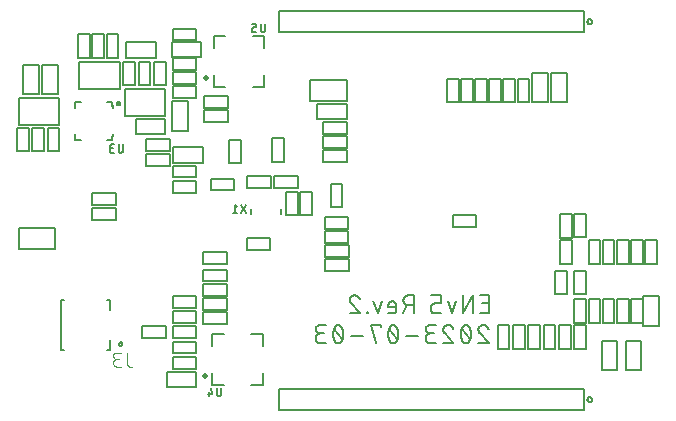
<source format=gbr>
G04 EAGLE Gerber RS-274X export*
G75*
%MOMM*%
%FSLAX34Y34*%
%LPD*%
%INSilkscreen Bottom*%
%IPPOS*%
%AMOC8*
5,1,8,0,0,1.08239X$1,22.5*%
G01*
%ADD10C,0.127000*%
%ADD11C,0.150000*%
%ADD12C,0.100000*%
%ADD13C,0.500000*%
%ADD14C,0.152400*%
%ADD15C,0.200000*%
%ADD16C,0.101600*%


D10*
X401479Y82781D02*
X408365Y82781D01*
X408365Y98275D01*
X401479Y98275D01*
X403200Y91389D02*
X408365Y91389D01*
X395509Y98275D02*
X395509Y82781D01*
X386901Y82781D02*
X395509Y98275D01*
X386901Y98275D02*
X386901Y82781D01*
X377330Y82781D02*
X380773Y93110D01*
X373887Y93110D02*
X377330Y82781D01*
X368255Y82781D02*
X363090Y82781D01*
X362975Y82783D01*
X362860Y82789D01*
X362745Y82798D01*
X362631Y82812D01*
X362517Y82829D01*
X362404Y82850D01*
X362292Y82875D01*
X362180Y82903D01*
X362070Y82936D01*
X361961Y82972D01*
X361853Y83011D01*
X361746Y83054D01*
X361641Y83101D01*
X361537Y83151D01*
X361435Y83205D01*
X361335Y83262D01*
X361237Y83322D01*
X361141Y83385D01*
X361048Y83452D01*
X360956Y83522D01*
X360867Y83595D01*
X360780Y83670D01*
X360696Y83749D01*
X360615Y83830D01*
X360536Y83914D01*
X360461Y84001D01*
X360388Y84090D01*
X360318Y84182D01*
X360251Y84275D01*
X360188Y84371D01*
X360128Y84469D01*
X360071Y84569D01*
X360017Y84671D01*
X359967Y84775D01*
X359920Y84880D01*
X359877Y84987D01*
X359838Y85095D01*
X359802Y85204D01*
X359769Y85314D01*
X359741Y85426D01*
X359716Y85538D01*
X359695Y85651D01*
X359678Y85765D01*
X359664Y85879D01*
X359655Y85994D01*
X359649Y86109D01*
X359647Y86224D01*
X359647Y87946D01*
X359649Y88061D01*
X359655Y88176D01*
X359664Y88291D01*
X359678Y88405D01*
X359695Y88519D01*
X359716Y88632D01*
X359741Y88744D01*
X359769Y88856D01*
X359802Y88966D01*
X359838Y89075D01*
X359877Y89183D01*
X359920Y89290D01*
X359967Y89395D01*
X360017Y89499D01*
X360071Y89601D01*
X360128Y89701D01*
X360188Y89799D01*
X360251Y89895D01*
X360318Y89988D01*
X360388Y90080D01*
X360461Y90169D01*
X360537Y90256D01*
X360615Y90340D01*
X360696Y90421D01*
X360781Y90500D01*
X360867Y90575D01*
X360956Y90648D01*
X361048Y90718D01*
X361141Y90785D01*
X361237Y90848D01*
X361335Y90908D01*
X361435Y90965D01*
X361537Y91019D01*
X361641Y91069D01*
X361746Y91116D01*
X361853Y91159D01*
X361961Y91199D01*
X362070Y91234D01*
X362180Y91267D01*
X362292Y91295D01*
X362404Y91320D01*
X362517Y91341D01*
X362631Y91358D01*
X362745Y91372D01*
X362860Y91381D01*
X362975Y91387D01*
X363090Y91389D01*
X368255Y91389D01*
X368255Y98275D01*
X359647Y98275D01*
X344879Y98275D02*
X344879Y82781D01*
X344879Y98275D02*
X340576Y98275D01*
X340446Y98273D01*
X340316Y98267D01*
X340186Y98257D01*
X340057Y98244D01*
X339928Y98226D01*
X339800Y98205D01*
X339673Y98179D01*
X339546Y98150D01*
X339420Y98117D01*
X339296Y98080D01*
X339172Y98040D01*
X339050Y97995D01*
X338929Y97947D01*
X338810Y97896D01*
X338692Y97841D01*
X338576Y97782D01*
X338462Y97720D01*
X338349Y97654D01*
X338239Y97585D01*
X338131Y97513D01*
X338025Y97438D01*
X337922Y97359D01*
X337821Y97277D01*
X337722Y97193D01*
X337626Y97105D01*
X337533Y97014D01*
X337442Y96921D01*
X337354Y96825D01*
X337270Y96726D01*
X337188Y96625D01*
X337109Y96522D01*
X337034Y96416D01*
X336962Y96308D01*
X336893Y96198D01*
X336827Y96085D01*
X336765Y95971D01*
X336706Y95855D01*
X336651Y95737D01*
X336600Y95618D01*
X336552Y95497D01*
X336507Y95375D01*
X336467Y95251D01*
X336430Y95127D01*
X336397Y95001D01*
X336368Y94874D01*
X336342Y94747D01*
X336321Y94619D01*
X336303Y94490D01*
X336290Y94361D01*
X336280Y94231D01*
X336274Y94101D01*
X336272Y93971D01*
X336274Y93841D01*
X336280Y93711D01*
X336290Y93581D01*
X336303Y93452D01*
X336321Y93323D01*
X336342Y93195D01*
X336368Y93068D01*
X336397Y92941D01*
X336430Y92815D01*
X336467Y92691D01*
X336507Y92567D01*
X336552Y92445D01*
X336600Y92324D01*
X336651Y92205D01*
X336706Y92087D01*
X336765Y91971D01*
X336827Y91857D01*
X336893Y91744D01*
X336962Y91634D01*
X337034Y91526D01*
X337109Y91420D01*
X337188Y91317D01*
X337270Y91216D01*
X337354Y91117D01*
X337442Y91021D01*
X337533Y90928D01*
X337626Y90837D01*
X337722Y90749D01*
X337821Y90665D01*
X337922Y90583D01*
X338025Y90504D01*
X338131Y90429D01*
X338239Y90357D01*
X338349Y90288D01*
X338462Y90222D01*
X338576Y90160D01*
X338692Y90101D01*
X338810Y90046D01*
X338929Y89995D01*
X339050Y89947D01*
X339172Y89902D01*
X339296Y89862D01*
X339420Y89825D01*
X339546Y89792D01*
X339673Y89763D01*
X339800Y89737D01*
X339928Y89716D01*
X340057Y89698D01*
X340186Y89685D01*
X340316Y89675D01*
X340446Y89669D01*
X340576Y89667D01*
X344879Y89667D01*
X339715Y89667D02*
X336272Y82781D01*
X327647Y82781D02*
X323343Y82781D01*
X327647Y82781D02*
X327746Y82783D01*
X327845Y82789D01*
X327943Y82798D01*
X328041Y82811D01*
X328139Y82828D01*
X328235Y82849D01*
X328331Y82873D01*
X328426Y82901D01*
X328520Y82933D01*
X328612Y82968D01*
X328703Y83007D01*
X328793Y83049D01*
X328880Y83095D01*
X328966Y83144D01*
X329050Y83196D01*
X329132Y83251D01*
X329212Y83310D01*
X329290Y83371D01*
X329365Y83435D01*
X329437Y83503D01*
X329507Y83573D01*
X329575Y83645D01*
X329639Y83720D01*
X329700Y83798D01*
X329759Y83878D01*
X329814Y83960D01*
X329866Y84044D01*
X329915Y84130D01*
X329961Y84217D01*
X330003Y84307D01*
X330042Y84398D01*
X330077Y84490D01*
X330109Y84584D01*
X330137Y84679D01*
X330161Y84775D01*
X330182Y84871D01*
X330199Y84969D01*
X330212Y85067D01*
X330221Y85165D01*
X330227Y85264D01*
X330229Y85363D01*
X330229Y89667D01*
X330227Y89783D01*
X330221Y89899D01*
X330211Y90015D01*
X330198Y90131D01*
X330180Y90246D01*
X330159Y90360D01*
X330133Y90474D01*
X330104Y90586D01*
X330071Y90698D01*
X330034Y90808D01*
X329994Y90917D01*
X329950Y91025D01*
X329902Y91131D01*
X329851Y91235D01*
X329796Y91338D01*
X329738Y91439D01*
X329677Y91537D01*
X329612Y91634D01*
X329544Y91728D01*
X329473Y91820D01*
X329398Y91910D01*
X329321Y91997D01*
X329241Y92081D01*
X329158Y92162D01*
X329072Y92241D01*
X328984Y92317D01*
X328893Y92390D01*
X328800Y92459D01*
X328705Y92526D01*
X328607Y92589D01*
X328508Y92649D01*
X328406Y92705D01*
X328302Y92758D01*
X328197Y92808D01*
X328090Y92853D01*
X327982Y92896D01*
X327872Y92934D01*
X327761Y92969D01*
X327649Y93000D01*
X327536Y93027D01*
X327422Y93051D01*
X327307Y93070D01*
X327192Y93086D01*
X327076Y93098D01*
X326960Y93106D01*
X326844Y93110D01*
X326728Y93110D01*
X326612Y93106D01*
X326496Y93098D01*
X326380Y93086D01*
X326265Y93070D01*
X326150Y93051D01*
X326036Y93027D01*
X325923Y93000D01*
X325811Y92969D01*
X325700Y92934D01*
X325590Y92896D01*
X325482Y92853D01*
X325375Y92808D01*
X325270Y92758D01*
X325166Y92705D01*
X325065Y92649D01*
X324965Y92589D01*
X324867Y92526D01*
X324772Y92459D01*
X324679Y92390D01*
X324588Y92317D01*
X324500Y92241D01*
X324414Y92162D01*
X324331Y92081D01*
X324251Y91997D01*
X324174Y91910D01*
X324099Y91820D01*
X324028Y91728D01*
X323960Y91634D01*
X323895Y91537D01*
X323834Y91439D01*
X323776Y91338D01*
X323721Y91235D01*
X323670Y91131D01*
X323622Y91025D01*
X323578Y90917D01*
X323538Y90808D01*
X323501Y90698D01*
X323468Y90586D01*
X323439Y90474D01*
X323413Y90360D01*
X323392Y90246D01*
X323374Y90131D01*
X323361Y90015D01*
X323351Y89899D01*
X323345Y89783D01*
X323343Y89667D01*
X323343Y87946D01*
X330229Y87946D01*
X317841Y93110D02*
X314398Y82781D01*
X310955Y93110D01*
X305909Y83642D02*
X305909Y82781D01*
X305909Y83642D02*
X305048Y83642D01*
X305048Y82781D01*
X305909Y82781D01*
X290768Y94402D02*
X290770Y94524D01*
X290776Y94645D01*
X290785Y94767D01*
X290799Y94888D01*
X290816Y95008D01*
X290837Y95128D01*
X290861Y95247D01*
X290890Y95365D01*
X290922Y95483D01*
X290958Y95599D01*
X290997Y95714D01*
X291040Y95828D01*
X291087Y95941D01*
X291137Y96051D01*
X291190Y96161D01*
X291247Y96268D01*
X291307Y96374D01*
X291371Y96478D01*
X291438Y96580D01*
X291508Y96679D01*
X291581Y96776D01*
X291657Y96871D01*
X291736Y96964D01*
X291818Y97054D01*
X291903Y97141D01*
X291990Y97226D01*
X292080Y97308D01*
X292173Y97387D01*
X292268Y97463D01*
X292365Y97536D01*
X292464Y97606D01*
X292566Y97673D01*
X292670Y97737D01*
X292776Y97797D01*
X292883Y97854D01*
X292993Y97907D01*
X293103Y97957D01*
X293216Y98004D01*
X293330Y98047D01*
X293445Y98086D01*
X293561Y98122D01*
X293679Y98154D01*
X293797Y98183D01*
X293916Y98207D01*
X294036Y98228D01*
X294156Y98245D01*
X294277Y98259D01*
X294399Y98268D01*
X294520Y98274D01*
X294642Y98276D01*
X294642Y98275D02*
X294781Y98273D01*
X294920Y98267D01*
X295059Y98258D01*
X295197Y98244D01*
X295335Y98226D01*
X295472Y98205D01*
X295609Y98180D01*
X295745Y98151D01*
X295880Y98118D01*
X296015Y98082D01*
X296148Y98042D01*
X296280Y97998D01*
X296410Y97950D01*
X296540Y97899D01*
X296667Y97844D01*
X296794Y97786D01*
X296918Y97724D01*
X297041Y97659D01*
X297162Y97590D01*
X297281Y97518D01*
X297398Y97442D01*
X297512Y97364D01*
X297625Y97282D01*
X297735Y97197D01*
X297843Y97109D01*
X297948Y97018D01*
X298050Y96924D01*
X298150Y96828D01*
X298248Y96728D01*
X298342Y96626D01*
X298434Y96522D01*
X298522Y96414D01*
X298608Y96305D01*
X298690Y96193D01*
X298769Y96078D01*
X298845Y95962D01*
X298918Y95844D01*
X298988Y95723D01*
X299054Y95601D01*
X299116Y95476D01*
X299175Y95351D01*
X299231Y95223D01*
X299283Y95094D01*
X299331Y94964D01*
X299376Y94832D01*
X292059Y91389D02*
X291970Y91476D01*
X291884Y91566D01*
X291800Y91659D01*
X291719Y91754D01*
X291641Y91851D01*
X291566Y91951D01*
X291494Y92053D01*
X291425Y92157D01*
X291360Y92263D01*
X291297Y92371D01*
X291238Y92481D01*
X291182Y92593D01*
X291129Y92706D01*
X291080Y92820D01*
X291035Y92937D01*
X290992Y93054D01*
X290954Y93173D01*
X290919Y93292D01*
X290887Y93413D01*
X290859Y93535D01*
X290835Y93657D01*
X290815Y93780D01*
X290798Y93904D01*
X290785Y94028D01*
X290775Y94153D01*
X290770Y94277D01*
X290768Y94402D01*
X292060Y91389D02*
X299377Y82781D01*
X290769Y82781D01*
X399757Y69256D02*
X399759Y69378D01*
X399765Y69499D01*
X399774Y69621D01*
X399788Y69742D01*
X399805Y69862D01*
X399826Y69982D01*
X399850Y70101D01*
X399879Y70219D01*
X399911Y70337D01*
X399947Y70453D01*
X399986Y70568D01*
X400029Y70682D01*
X400076Y70795D01*
X400126Y70905D01*
X400179Y71015D01*
X400236Y71122D01*
X400296Y71228D01*
X400360Y71332D01*
X400427Y71434D01*
X400497Y71533D01*
X400570Y71630D01*
X400646Y71725D01*
X400725Y71818D01*
X400807Y71908D01*
X400892Y71995D01*
X400979Y72080D01*
X401069Y72162D01*
X401162Y72241D01*
X401257Y72317D01*
X401354Y72390D01*
X401453Y72460D01*
X401555Y72527D01*
X401659Y72591D01*
X401765Y72651D01*
X401872Y72708D01*
X401982Y72761D01*
X402092Y72811D01*
X402205Y72858D01*
X402319Y72901D01*
X402434Y72940D01*
X402550Y72976D01*
X402668Y73008D01*
X402786Y73037D01*
X402905Y73061D01*
X403025Y73082D01*
X403145Y73099D01*
X403266Y73113D01*
X403388Y73122D01*
X403509Y73128D01*
X403631Y73130D01*
X403631Y73129D02*
X403770Y73127D01*
X403909Y73121D01*
X404048Y73112D01*
X404186Y73098D01*
X404324Y73080D01*
X404461Y73059D01*
X404598Y73034D01*
X404734Y73005D01*
X404869Y72972D01*
X405004Y72936D01*
X405137Y72896D01*
X405269Y72852D01*
X405399Y72804D01*
X405529Y72753D01*
X405656Y72698D01*
X405783Y72640D01*
X405907Y72578D01*
X406030Y72513D01*
X406151Y72444D01*
X406270Y72372D01*
X406387Y72296D01*
X406501Y72218D01*
X406614Y72136D01*
X406724Y72051D01*
X406832Y71963D01*
X406937Y71872D01*
X407039Y71778D01*
X407139Y71682D01*
X407237Y71582D01*
X407331Y71480D01*
X407423Y71376D01*
X407511Y71268D01*
X407597Y71159D01*
X407679Y71047D01*
X407758Y70932D01*
X407834Y70816D01*
X407907Y70698D01*
X407977Y70577D01*
X408043Y70455D01*
X408105Y70330D01*
X408164Y70205D01*
X408220Y70077D01*
X408272Y69948D01*
X408320Y69818D01*
X408365Y69686D01*
X401048Y66243D02*
X400959Y66330D01*
X400873Y66420D01*
X400789Y66513D01*
X400708Y66608D01*
X400630Y66705D01*
X400555Y66805D01*
X400483Y66907D01*
X400414Y67011D01*
X400349Y67117D01*
X400286Y67225D01*
X400227Y67335D01*
X400171Y67447D01*
X400118Y67560D01*
X400069Y67674D01*
X400024Y67791D01*
X399981Y67908D01*
X399943Y68027D01*
X399908Y68146D01*
X399876Y68267D01*
X399848Y68389D01*
X399824Y68511D01*
X399804Y68634D01*
X399787Y68758D01*
X399774Y68882D01*
X399764Y69007D01*
X399759Y69131D01*
X399757Y69256D01*
X401048Y66243D02*
X408365Y57635D01*
X399757Y57635D01*
X393499Y65382D02*
X393495Y65687D01*
X393484Y65991D01*
X393466Y66296D01*
X393441Y66599D01*
X393408Y66902D01*
X393368Y67205D01*
X393321Y67506D01*
X393267Y67806D01*
X393205Y68104D01*
X393137Y68401D01*
X393061Y68697D01*
X392979Y68990D01*
X392889Y69281D01*
X392792Y69570D01*
X392689Y69857D01*
X392579Y70141D01*
X392462Y70423D01*
X392338Y70701D01*
X392208Y70977D01*
X392170Y71080D01*
X392130Y71182D01*
X392085Y71282D01*
X392037Y71381D01*
X391986Y71478D01*
X391932Y71573D01*
X391874Y71667D01*
X391813Y71758D01*
X391749Y71847D01*
X391682Y71934D01*
X391612Y72018D01*
X391539Y72100D01*
X391463Y72180D01*
X391385Y72257D01*
X391304Y72331D01*
X391220Y72402D01*
X391134Y72470D01*
X391046Y72536D01*
X390956Y72598D01*
X390863Y72657D01*
X390769Y72713D01*
X390673Y72766D01*
X390575Y72815D01*
X390475Y72861D01*
X390374Y72903D01*
X390271Y72942D01*
X390167Y72977D01*
X390062Y73009D01*
X389956Y73037D01*
X389849Y73061D01*
X389741Y73082D01*
X389633Y73099D01*
X389524Y73112D01*
X389414Y73121D01*
X389305Y73127D01*
X389195Y73129D01*
X389085Y73127D01*
X388976Y73121D01*
X388866Y73112D01*
X388757Y73099D01*
X388649Y73082D01*
X388541Y73061D01*
X388434Y73037D01*
X388328Y73009D01*
X388223Y72977D01*
X388119Y72942D01*
X388016Y72903D01*
X387915Y72861D01*
X387815Y72815D01*
X387717Y72766D01*
X387621Y72713D01*
X387527Y72657D01*
X387434Y72598D01*
X387344Y72536D01*
X387256Y72470D01*
X387170Y72402D01*
X387086Y72331D01*
X387005Y72257D01*
X386927Y72180D01*
X386851Y72101D01*
X386778Y72018D01*
X386708Y71934D01*
X386641Y71847D01*
X386577Y71758D01*
X386516Y71667D01*
X386458Y71573D01*
X386404Y71478D01*
X386353Y71381D01*
X386305Y71282D01*
X386260Y71182D01*
X386220Y71080D01*
X386182Y70977D01*
X386183Y70977D02*
X386053Y70701D01*
X385929Y70423D01*
X385812Y70141D01*
X385702Y69857D01*
X385599Y69570D01*
X385502Y69281D01*
X385412Y68990D01*
X385330Y68697D01*
X385254Y68401D01*
X385186Y68104D01*
X385124Y67806D01*
X385070Y67506D01*
X385023Y67205D01*
X384983Y66902D01*
X384950Y66599D01*
X384925Y66296D01*
X384907Y65991D01*
X384896Y65687D01*
X384892Y65382D01*
X393499Y65382D02*
X393495Y65077D01*
X393484Y64773D01*
X393466Y64468D01*
X393441Y64165D01*
X393408Y63862D01*
X393368Y63559D01*
X393321Y63258D01*
X393267Y62958D01*
X393205Y62660D01*
X393137Y62363D01*
X393061Y62067D01*
X392979Y61774D01*
X392889Y61483D01*
X392792Y61194D01*
X392689Y60907D01*
X392579Y60623D01*
X392462Y60341D01*
X392338Y60063D01*
X392208Y59787D01*
X392170Y59684D01*
X392130Y59582D01*
X392085Y59482D01*
X392037Y59383D01*
X391986Y59286D01*
X391932Y59191D01*
X391874Y59097D01*
X391813Y59006D01*
X391749Y58917D01*
X391682Y58830D01*
X391612Y58746D01*
X391539Y58663D01*
X391463Y58584D01*
X391385Y58507D01*
X391304Y58433D01*
X391220Y58362D01*
X391134Y58294D01*
X391046Y58228D01*
X390956Y58166D01*
X390863Y58107D01*
X390769Y58051D01*
X390673Y57998D01*
X390575Y57949D01*
X390475Y57903D01*
X390374Y57861D01*
X390271Y57822D01*
X390167Y57787D01*
X390062Y57755D01*
X389956Y57727D01*
X389849Y57703D01*
X389741Y57682D01*
X389633Y57665D01*
X389524Y57652D01*
X389414Y57643D01*
X389305Y57637D01*
X389195Y57635D01*
X386183Y59787D02*
X386053Y60063D01*
X385929Y60341D01*
X385812Y60623D01*
X385702Y60907D01*
X385599Y61194D01*
X385502Y61483D01*
X385412Y61774D01*
X385330Y62067D01*
X385254Y62363D01*
X385186Y62660D01*
X385124Y62958D01*
X385070Y63258D01*
X385023Y63559D01*
X384983Y63862D01*
X384950Y64165D01*
X384925Y64468D01*
X384907Y64773D01*
X384896Y65077D01*
X384892Y65382D01*
X386182Y59787D02*
X386220Y59684D01*
X386260Y59582D01*
X386305Y59482D01*
X386353Y59383D01*
X386404Y59286D01*
X386458Y59191D01*
X386516Y59097D01*
X386577Y59006D01*
X386641Y58917D01*
X386708Y58830D01*
X386778Y58745D01*
X386851Y58663D01*
X386927Y58584D01*
X387005Y58507D01*
X387086Y58433D01*
X387170Y58362D01*
X387256Y58294D01*
X387344Y58228D01*
X387434Y58166D01*
X387527Y58107D01*
X387621Y58051D01*
X387717Y57998D01*
X387816Y57949D01*
X387915Y57903D01*
X388016Y57861D01*
X388119Y57822D01*
X388223Y57787D01*
X388328Y57755D01*
X388434Y57727D01*
X388541Y57703D01*
X388649Y57682D01*
X388757Y57665D01*
X388866Y57652D01*
X388976Y57643D01*
X389085Y57637D01*
X389195Y57635D01*
X392639Y61078D02*
X385752Y69686D01*
X373899Y73130D02*
X373777Y73128D01*
X373656Y73122D01*
X373534Y73113D01*
X373413Y73099D01*
X373293Y73082D01*
X373173Y73061D01*
X373054Y73037D01*
X372936Y73008D01*
X372818Y72976D01*
X372702Y72940D01*
X372587Y72901D01*
X372473Y72858D01*
X372360Y72811D01*
X372250Y72761D01*
X372140Y72708D01*
X372033Y72651D01*
X371927Y72591D01*
X371823Y72527D01*
X371721Y72460D01*
X371622Y72390D01*
X371525Y72317D01*
X371430Y72241D01*
X371337Y72162D01*
X371247Y72080D01*
X371160Y71995D01*
X371075Y71908D01*
X370993Y71818D01*
X370914Y71725D01*
X370838Y71630D01*
X370765Y71533D01*
X370695Y71434D01*
X370628Y71332D01*
X370564Y71228D01*
X370504Y71122D01*
X370447Y71015D01*
X370394Y70905D01*
X370344Y70795D01*
X370297Y70682D01*
X370254Y70568D01*
X370215Y70453D01*
X370179Y70337D01*
X370147Y70219D01*
X370118Y70101D01*
X370094Y69982D01*
X370073Y69862D01*
X370056Y69742D01*
X370042Y69621D01*
X370033Y69499D01*
X370027Y69378D01*
X370025Y69256D01*
X373899Y73129D02*
X374038Y73127D01*
X374177Y73121D01*
X374316Y73112D01*
X374454Y73098D01*
X374592Y73080D01*
X374729Y73059D01*
X374866Y73034D01*
X375002Y73005D01*
X375137Y72972D01*
X375272Y72936D01*
X375405Y72896D01*
X375537Y72852D01*
X375667Y72804D01*
X375797Y72753D01*
X375924Y72698D01*
X376051Y72640D01*
X376175Y72578D01*
X376298Y72513D01*
X376419Y72444D01*
X376538Y72372D01*
X376655Y72296D01*
X376769Y72218D01*
X376882Y72136D01*
X376992Y72051D01*
X377100Y71963D01*
X377205Y71872D01*
X377307Y71778D01*
X377407Y71682D01*
X377505Y71582D01*
X377599Y71480D01*
X377691Y71376D01*
X377779Y71268D01*
X377865Y71159D01*
X377947Y71047D01*
X378026Y70932D01*
X378102Y70816D01*
X378175Y70698D01*
X378245Y70577D01*
X378311Y70455D01*
X378373Y70330D01*
X378432Y70205D01*
X378488Y70077D01*
X378540Y69948D01*
X378588Y69818D01*
X378633Y69686D01*
X371316Y66243D02*
X371227Y66330D01*
X371141Y66420D01*
X371057Y66513D01*
X370976Y66608D01*
X370898Y66705D01*
X370823Y66805D01*
X370751Y66907D01*
X370682Y67011D01*
X370617Y67117D01*
X370554Y67225D01*
X370495Y67335D01*
X370439Y67447D01*
X370386Y67560D01*
X370337Y67674D01*
X370292Y67791D01*
X370249Y67908D01*
X370211Y68027D01*
X370176Y68146D01*
X370144Y68267D01*
X370116Y68389D01*
X370092Y68511D01*
X370072Y68634D01*
X370055Y68758D01*
X370042Y68882D01*
X370032Y69007D01*
X370027Y69131D01*
X370025Y69256D01*
X371317Y66243D02*
X378634Y57635D01*
X370026Y57635D01*
X363768Y57635D02*
X359464Y57635D01*
X359334Y57637D01*
X359204Y57643D01*
X359074Y57653D01*
X358945Y57666D01*
X358816Y57684D01*
X358688Y57705D01*
X358561Y57731D01*
X358434Y57760D01*
X358308Y57793D01*
X358184Y57830D01*
X358060Y57870D01*
X357938Y57915D01*
X357817Y57963D01*
X357698Y58014D01*
X357580Y58069D01*
X357464Y58128D01*
X357350Y58190D01*
X357237Y58256D01*
X357127Y58325D01*
X357019Y58397D01*
X356913Y58472D01*
X356810Y58551D01*
X356709Y58633D01*
X356610Y58717D01*
X356514Y58805D01*
X356421Y58896D01*
X356330Y58989D01*
X356242Y59085D01*
X356158Y59184D01*
X356076Y59285D01*
X355997Y59388D01*
X355922Y59494D01*
X355850Y59602D01*
X355781Y59712D01*
X355715Y59825D01*
X355653Y59939D01*
X355594Y60055D01*
X355539Y60173D01*
X355488Y60292D01*
X355440Y60413D01*
X355395Y60535D01*
X355355Y60659D01*
X355318Y60783D01*
X355285Y60909D01*
X355256Y61036D01*
X355230Y61163D01*
X355209Y61291D01*
X355191Y61420D01*
X355178Y61549D01*
X355168Y61679D01*
X355162Y61809D01*
X355160Y61939D01*
X355162Y62069D01*
X355168Y62199D01*
X355178Y62329D01*
X355191Y62458D01*
X355209Y62587D01*
X355230Y62715D01*
X355256Y62842D01*
X355285Y62969D01*
X355318Y63095D01*
X355355Y63219D01*
X355395Y63343D01*
X355440Y63465D01*
X355488Y63586D01*
X355539Y63705D01*
X355594Y63823D01*
X355653Y63939D01*
X355715Y64053D01*
X355781Y64166D01*
X355850Y64276D01*
X355922Y64384D01*
X355997Y64490D01*
X356076Y64593D01*
X356158Y64694D01*
X356242Y64793D01*
X356330Y64889D01*
X356421Y64982D01*
X356514Y65073D01*
X356610Y65161D01*
X356709Y65245D01*
X356810Y65327D01*
X356913Y65406D01*
X357019Y65481D01*
X357127Y65553D01*
X357237Y65622D01*
X357350Y65688D01*
X357464Y65750D01*
X357580Y65809D01*
X357698Y65864D01*
X357817Y65915D01*
X357938Y65963D01*
X358060Y66008D01*
X358184Y66048D01*
X358308Y66085D01*
X358434Y66118D01*
X358561Y66147D01*
X358688Y66173D01*
X358816Y66194D01*
X358945Y66212D01*
X359074Y66225D01*
X359204Y66235D01*
X359334Y66241D01*
X359464Y66243D01*
X358603Y73129D02*
X363768Y73129D01*
X358603Y73129D02*
X358487Y73127D01*
X358371Y73121D01*
X358255Y73111D01*
X358139Y73098D01*
X358024Y73080D01*
X357910Y73059D01*
X357796Y73033D01*
X357684Y73004D01*
X357572Y72971D01*
X357462Y72934D01*
X357353Y72894D01*
X357245Y72850D01*
X357139Y72802D01*
X357035Y72751D01*
X356932Y72696D01*
X356831Y72638D01*
X356733Y72577D01*
X356636Y72512D01*
X356542Y72444D01*
X356450Y72373D01*
X356360Y72298D01*
X356273Y72221D01*
X356189Y72141D01*
X356108Y72058D01*
X356029Y71972D01*
X355953Y71884D01*
X355880Y71793D01*
X355811Y71700D01*
X355744Y71605D01*
X355681Y71507D01*
X355621Y71408D01*
X355565Y71306D01*
X355512Y71202D01*
X355462Y71097D01*
X355417Y70990D01*
X355374Y70882D01*
X355336Y70772D01*
X355301Y70661D01*
X355270Y70549D01*
X355243Y70436D01*
X355219Y70322D01*
X355200Y70207D01*
X355184Y70092D01*
X355172Y69976D01*
X355164Y69860D01*
X355160Y69744D01*
X355160Y69628D01*
X355164Y69512D01*
X355172Y69396D01*
X355184Y69280D01*
X355200Y69165D01*
X355219Y69050D01*
X355243Y68936D01*
X355270Y68823D01*
X355301Y68711D01*
X355336Y68600D01*
X355374Y68490D01*
X355417Y68382D01*
X355462Y68275D01*
X355512Y68170D01*
X355565Y68066D01*
X355621Y67965D01*
X355681Y67865D01*
X355744Y67767D01*
X355811Y67672D01*
X355880Y67579D01*
X355953Y67488D01*
X356029Y67400D01*
X356108Y67314D01*
X356189Y67231D01*
X356273Y67151D01*
X356360Y67074D01*
X356450Y66999D01*
X356542Y66928D01*
X356636Y66860D01*
X356733Y66795D01*
X356831Y66734D01*
X356932Y66676D01*
X357035Y66621D01*
X357139Y66570D01*
X357245Y66522D01*
X357353Y66478D01*
X357462Y66438D01*
X357572Y66401D01*
X357684Y66368D01*
X357796Y66339D01*
X357910Y66313D01*
X358024Y66292D01*
X358139Y66274D01*
X358255Y66261D01*
X358371Y66251D01*
X358487Y66245D01*
X358603Y66243D01*
X362046Y66243D01*
X348772Y63660D02*
X338442Y63660D01*
X332054Y65382D02*
X332050Y65687D01*
X332039Y65991D01*
X332021Y66296D01*
X331996Y66599D01*
X331963Y66902D01*
X331923Y67205D01*
X331876Y67506D01*
X331822Y67806D01*
X331760Y68104D01*
X331692Y68401D01*
X331616Y68697D01*
X331534Y68990D01*
X331444Y69281D01*
X331347Y69570D01*
X331244Y69857D01*
X331134Y70141D01*
X331017Y70423D01*
X330893Y70701D01*
X330763Y70977D01*
X330725Y71080D01*
X330685Y71182D01*
X330640Y71282D01*
X330592Y71381D01*
X330541Y71478D01*
X330487Y71573D01*
X330429Y71667D01*
X330368Y71758D01*
X330304Y71847D01*
X330237Y71934D01*
X330167Y72018D01*
X330094Y72100D01*
X330018Y72180D01*
X329940Y72257D01*
X329859Y72331D01*
X329775Y72402D01*
X329689Y72470D01*
X329601Y72536D01*
X329511Y72598D01*
X329418Y72657D01*
X329324Y72713D01*
X329228Y72766D01*
X329130Y72815D01*
X329030Y72861D01*
X328929Y72903D01*
X328826Y72942D01*
X328722Y72977D01*
X328617Y73009D01*
X328511Y73037D01*
X328404Y73061D01*
X328296Y73082D01*
X328188Y73099D01*
X328079Y73112D01*
X327969Y73121D01*
X327860Y73127D01*
X327750Y73129D01*
X327640Y73127D01*
X327531Y73121D01*
X327421Y73112D01*
X327312Y73099D01*
X327204Y73082D01*
X327096Y73061D01*
X326989Y73037D01*
X326883Y73009D01*
X326778Y72977D01*
X326674Y72942D01*
X326571Y72903D01*
X326470Y72861D01*
X326370Y72815D01*
X326272Y72766D01*
X326176Y72713D01*
X326082Y72657D01*
X325989Y72598D01*
X325899Y72536D01*
X325811Y72470D01*
X325725Y72402D01*
X325641Y72331D01*
X325560Y72257D01*
X325482Y72180D01*
X325406Y72101D01*
X325333Y72018D01*
X325263Y71934D01*
X325196Y71847D01*
X325132Y71758D01*
X325071Y71667D01*
X325013Y71573D01*
X324959Y71478D01*
X324908Y71381D01*
X324860Y71282D01*
X324815Y71182D01*
X324775Y71080D01*
X324737Y70977D01*
X324607Y70701D01*
X324483Y70423D01*
X324366Y70141D01*
X324256Y69857D01*
X324153Y69570D01*
X324056Y69281D01*
X323966Y68990D01*
X323884Y68697D01*
X323808Y68401D01*
X323740Y68104D01*
X323678Y67806D01*
X323624Y67506D01*
X323577Y67205D01*
X323537Y66902D01*
X323504Y66599D01*
X323479Y66296D01*
X323461Y65991D01*
X323450Y65687D01*
X323446Y65382D01*
X332054Y65382D02*
X332050Y65077D01*
X332039Y64773D01*
X332021Y64468D01*
X331996Y64165D01*
X331963Y63862D01*
X331923Y63559D01*
X331876Y63258D01*
X331822Y62958D01*
X331760Y62660D01*
X331692Y62363D01*
X331616Y62067D01*
X331534Y61774D01*
X331444Y61483D01*
X331347Y61194D01*
X331244Y60907D01*
X331134Y60623D01*
X331017Y60341D01*
X330893Y60063D01*
X330763Y59787D01*
X330725Y59684D01*
X330685Y59582D01*
X330640Y59482D01*
X330592Y59383D01*
X330541Y59286D01*
X330487Y59191D01*
X330429Y59097D01*
X330368Y59006D01*
X330304Y58917D01*
X330237Y58830D01*
X330167Y58746D01*
X330094Y58663D01*
X330018Y58584D01*
X329940Y58507D01*
X329859Y58433D01*
X329775Y58362D01*
X329689Y58294D01*
X329601Y58228D01*
X329511Y58166D01*
X329418Y58107D01*
X329324Y58051D01*
X329228Y57998D01*
X329130Y57949D01*
X329030Y57903D01*
X328929Y57861D01*
X328826Y57822D01*
X328722Y57787D01*
X328617Y57755D01*
X328511Y57727D01*
X328404Y57703D01*
X328296Y57682D01*
X328188Y57665D01*
X328079Y57652D01*
X327969Y57643D01*
X327860Y57637D01*
X327750Y57635D01*
X324738Y59787D02*
X324608Y60063D01*
X324484Y60341D01*
X324367Y60623D01*
X324257Y60907D01*
X324154Y61194D01*
X324057Y61483D01*
X323967Y61774D01*
X323885Y62067D01*
X323809Y62363D01*
X323741Y62660D01*
X323679Y62958D01*
X323625Y63258D01*
X323578Y63559D01*
X323538Y63862D01*
X323505Y64165D01*
X323480Y64468D01*
X323462Y64773D01*
X323451Y65077D01*
X323447Y65382D01*
X324737Y59787D02*
X324775Y59684D01*
X324815Y59582D01*
X324860Y59482D01*
X324908Y59383D01*
X324959Y59286D01*
X325013Y59191D01*
X325071Y59097D01*
X325132Y59006D01*
X325196Y58917D01*
X325263Y58830D01*
X325333Y58745D01*
X325406Y58663D01*
X325482Y58584D01*
X325560Y58507D01*
X325641Y58433D01*
X325725Y58362D01*
X325811Y58294D01*
X325899Y58228D01*
X325989Y58166D01*
X326082Y58107D01*
X326176Y58051D01*
X326272Y57998D01*
X326371Y57949D01*
X326470Y57903D01*
X326571Y57861D01*
X326674Y57822D01*
X326778Y57787D01*
X326883Y57755D01*
X326989Y57727D01*
X327096Y57703D01*
X327204Y57682D01*
X327312Y57665D01*
X327421Y57652D01*
X327531Y57643D01*
X327640Y57637D01*
X327750Y57635D01*
X331193Y61078D02*
X324307Y69686D01*
X317188Y71407D02*
X317188Y73129D01*
X308581Y73129D01*
X312885Y57635D01*
X302192Y63660D02*
X291863Y63660D01*
X285475Y65382D02*
X285471Y65687D01*
X285460Y65991D01*
X285442Y66296D01*
X285417Y66599D01*
X285384Y66902D01*
X285344Y67205D01*
X285297Y67506D01*
X285243Y67806D01*
X285181Y68104D01*
X285113Y68401D01*
X285037Y68697D01*
X284955Y68990D01*
X284865Y69281D01*
X284768Y69570D01*
X284665Y69857D01*
X284555Y70141D01*
X284438Y70423D01*
X284314Y70701D01*
X284184Y70977D01*
X284146Y71080D01*
X284106Y71182D01*
X284061Y71282D01*
X284013Y71381D01*
X283962Y71478D01*
X283908Y71573D01*
X283850Y71667D01*
X283789Y71758D01*
X283725Y71847D01*
X283658Y71934D01*
X283588Y72018D01*
X283515Y72100D01*
X283439Y72180D01*
X283361Y72257D01*
X283280Y72331D01*
X283196Y72402D01*
X283110Y72470D01*
X283022Y72536D01*
X282932Y72598D01*
X282839Y72657D01*
X282745Y72713D01*
X282649Y72766D01*
X282551Y72815D01*
X282451Y72861D01*
X282350Y72903D01*
X282247Y72942D01*
X282143Y72977D01*
X282038Y73009D01*
X281932Y73037D01*
X281825Y73061D01*
X281717Y73082D01*
X281609Y73099D01*
X281500Y73112D01*
X281390Y73121D01*
X281281Y73127D01*
X281171Y73129D01*
X281061Y73127D01*
X280952Y73121D01*
X280842Y73112D01*
X280733Y73099D01*
X280625Y73082D01*
X280517Y73061D01*
X280410Y73037D01*
X280304Y73009D01*
X280199Y72977D01*
X280095Y72942D01*
X279992Y72903D01*
X279891Y72861D01*
X279791Y72815D01*
X279693Y72766D01*
X279597Y72713D01*
X279503Y72657D01*
X279410Y72598D01*
X279320Y72536D01*
X279232Y72470D01*
X279146Y72402D01*
X279062Y72331D01*
X278981Y72257D01*
X278903Y72180D01*
X278827Y72101D01*
X278754Y72018D01*
X278684Y71934D01*
X278617Y71847D01*
X278553Y71758D01*
X278492Y71667D01*
X278434Y71573D01*
X278380Y71478D01*
X278329Y71381D01*
X278281Y71282D01*
X278236Y71182D01*
X278196Y71080D01*
X278158Y70977D01*
X278028Y70701D01*
X277904Y70423D01*
X277787Y70141D01*
X277677Y69857D01*
X277574Y69570D01*
X277477Y69281D01*
X277387Y68990D01*
X277305Y68697D01*
X277229Y68401D01*
X277161Y68104D01*
X277099Y67806D01*
X277045Y67506D01*
X276998Y67205D01*
X276958Y66902D01*
X276925Y66599D01*
X276900Y66296D01*
X276882Y65991D01*
X276871Y65687D01*
X276867Y65382D01*
X285474Y65382D02*
X285470Y65077D01*
X285459Y64773D01*
X285441Y64468D01*
X285416Y64165D01*
X285383Y63862D01*
X285343Y63559D01*
X285296Y63258D01*
X285242Y62958D01*
X285180Y62660D01*
X285112Y62363D01*
X285036Y62067D01*
X284954Y61774D01*
X284864Y61483D01*
X284767Y61194D01*
X284664Y60907D01*
X284554Y60623D01*
X284437Y60341D01*
X284313Y60063D01*
X284183Y59787D01*
X284184Y59787D02*
X284146Y59684D01*
X284106Y59582D01*
X284061Y59482D01*
X284013Y59383D01*
X283962Y59286D01*
X283908Y59191D01*
X283850Y59097D01*
X283789Y59006D01*
X283725Y58917D01*
X283658Y58830D01*
X283588Y58746D01*
X283515Y58663D01*
X283439Y58584D01*
X283361Y58507D01*
X283280Y58433D01*
X283196Y58362D01*
X283110Y58294D01*
X283022Y58228D01*
X282932Y58166D01*
X282839Y58107D01*
X282745Y58051D01*
X282649Y57998D01*
X282551Y57949D01*
X282451Y57903D01*
X282350Y57861D01*
X282247Y57822D01*
X282143Y57787D01*
X282038Y57755D01*
X281932Y57727D01*
X281825Y57703D01*
X281717Y57682D01*
X281609Y57665D01*
X281500Y57652D01*
X281390Y57643D01*
X281281Y57637D01*
X281171Y57635D01*
X278158Y59787D02*
X278028Y60063D01*
X277904Y60341D01*
X277787Y60623D01*
X277677Y60907D01*
X277574Y61194D01*
X277477Y61483D01*
X277387Y61774D01*
X277305Y62067D01*
X277229Y62363D01*
X277161Y62660D01*
X277099Y62958D01*
X277045Y63258D01*
X276998Y63559D01*
X276958Y63862D01*
X276925Y64165D01*
X276900Y64468D01*
X276882Y64773D01*
X276871Y65077D01*
X276867Y65382D01*
X278158Y59787D02*
X278196Y59684D01*
X278236Y59582D01*
X278281Y59482D01*
X278329Y59383D01*
X278380Y59286D01*
X278434Y59191D01*
X278492Y59097D01*
X278553Y59006D01*
X278617Y58917D01*
X278684Y58830D01*
X278754Y58745D01*
X278827Y58663D01*
X278903Y58584D01*
X278981Y58507D01*
X279062Y58433D01*
X279146Y58362D01*
X279232Y58294D01*
X279320Y58228D01*
X279410Y58166D01*
X279503Y58107D01*
X279597Y58051D01*
X279693Y57998D01*
X279792Y57949D01*
X279891Y57903D01*
X279992Y57861D01*
X280095Y57822D01*
X280199Y57787D01*
X280304Y57755D01*
X280410Y57727D01*
X280517Y57703D01*
X280625Y57682D01*
X280733Y57665D01*
X280842Y57652D01*
X280952Y57643D01*
X281061Y57637D01*
X281171Y57635D01*
X284614Y61078D02*
X277728Y69686D01*
X270609Y57635D02*
X266305Y57635D01*
X266175Y57637D01*
X266045Y57643D01*
X265915Y57653D01*
X265786Y57666D01*
X265657Y57684D01*
X265529Y57705D01*
X265402Y57731D01*
X265275Y57760D01*
X265149Y57793D01*
X265025Y57830D01*
X264901Y57870D01*
X264779Y57915D01*
X264658Y57963D01*
X264539Y58014D01*
X264421Y58069D01*
X264305Y58128D01*
X264191Y58190D01*
X264078Y58256D01*
X263968Y58325D01*
X263860Y58397D01*
X263754Y58472D01*
X263651Y58551D01*
X263550Y58633D01*
X263451Y58717D01*
X263355Y58805D01*
X263262Y58896D01*
X263171Y58989D01*
X263083Y59085D01*
X262999Y59184D01*
X262917Y59285D01*
X262838Y59388D01*
X262763Y59494D01*
X262691Y59602D01*
X262622Y59712D01*
X262556Y59825D01*
X262494Y59939D01*
X262435Y60055D01*
X262380Y60173D01*
X262329Y60292D01*
X262281Y60413D01*
X262236Y60535D01*
X262196Y60659D01*
X262159Y60783D01*
X262126Y60909D01*
X262097Y61036D01*
X262071Y61163D01*
X262050Y61291D01*
X262032Y61420D01*
X262019Y61549D01*
X262009Y61679D01*
X262003Y61809D01*
X262001Y61939D01*
X262003Y62069D01*
X262009Y62199D01*
X262019Y62329D01*
X262032Y62458D01*
X262050Y62587D01*
X262071Y62715D01*
X262097Y62842D01*
X262126Y62969D01*
X262159Y63095D01*
X262196Y63219D01*
X262236Y63343D01*
X262281Y63465D01*
X262329Y63586D01*
X262380Y63705D01*
X262435Y63823D01*
X262494Y63939D01*
X262556Y64053D01*
X262622Y64166D01*
X262691Y64276D01*
X262763Y64384D01*
X262838Y64490D01*
X262917Y64593D01*
X262999Y64694D01*
X263083Y64793D01*
X263171Y64889D01*
X263262Y64982D01*
X263355Y65073D01*
X263451Y65161D01*
X263550Y65245D01*
X263651Y65327D01*
X263754Y65406D01*
X263860Y65481D01*
X263968Y65553D01*
X264078Y65622D01*
X264191Y65688D01*
X264305Y65750D01*
X264421Y65809D01*
X264539Y65864D01*
X264658Y65915D01*
X264779Y65963D01*
X264901Y66008D01*
X265025Y66048D01*
X265149Y66085D01*
X265275Y66118D01*
X265402Y66147D01*
X265529Y66173D01*
X265657Y66194D01*
X265786Y66212D01*
X265915Y66225D01*
X266045Y66235D01*
X266175Y66241D01*
X266305Y66243D01*
X265444Y73129D02*
X270609Y73129D01*
X265444Y73129D02*
X265328Y73127D01*
X265212Y73121D01*
X265096Y73111D01*
X264980Y73098D01*
X264865Y73080D01*
X264751Y73059D01*
X264637Y73033D01*
X264525Y73004D01*
X264413Y72971D01*
X264303Y72934D01*
X264194Y72894D01*
X264086Y72850D01*
X263980Y72802D01*
X263876Y72751D01*
X263773Y72696D01*
X263672Y72638D01*
X263574Y72577D01*
X263477Y72512D01*
X263383Y72444D01*
X263291Y72373D01*
X263201Y72298D01*
X263114Y72221D01*
X263030Y72141D01*
X262949Y72058D01*
X262870Y71972D01*
X262794Y71884D01*
X262721Y71793D01*
X262652Y71700D01*
X262585Y71605D01*
X262522Y71507D01*
X262462Y71408D01*
X262406Y71306D01*
X262353Y71202D01*
X262303Y71097D01*
X262258Y70990D01*
X262215Y70882D01*
X262177Y70772D01*
X262142Y70661D01*
X262111Y70549D01*
X262084Y70436D01*
X262060Y70322D01*
X262041Y70207D01*
X262025Y70092D01*
X262013Y69976D01*
X262005Y69860D01*
X262001Y69744D01*
X262001Y69628D01*
X262005Y69512D01*
X262013Y69396D01*
X262025Y69280D01*
X262041Y69165D01*
X262060Y69050D01*
X262084Y68936D01*
X262111Y68823D01*
X262142Y68711D01*
X262177Y68600D01*
X262215Y68490D01*
X262258Y68382D01*
X262303Y68275D01*
X262353Y68170D01*
X262406Y68066D01*
X262462Y67965D01*
X262522Y67865D01*
X262585Y67767D01*
X262652Y67672D01*
X262721Y67579D01*
X262794Y67488D01*
X262870Y67400D01*
X262949Y67314D01*
X263030Y67231D01*
X263114Y67151D01*
X263201Y67074D01*
X263291Y66999D01*
X263383Y66928D01*
X263477Y66860D01*
X263574Y66795D01*
X263672Y66734D01*
X263773Y66676D01*
X263876Y66621D01*
X263980Y66570D01*
X264086Y66522D01*
X264194Y66478D01*
X264303Y66438D01*
X264413Y66401D01*
X264525Y66368D01*
X264637Y66339D01*
X264751Y66313D01*
X264865Y66292D01*
X264980Y66274D01*
X265096Y66261D01*
X265212Y66251D01*
X265328Y66245D01*
X265444Y66243D01*
X268887Y66243D01*
D11*
X41500Y155000D02*
X10500Y155000D01*
X10500Y137000D01*
X41500Y137000D01*
X41500Y155000D01*
X489000Y19000D02*
X489000Y1000D01*
X231000Y1000D02*
X231000Y19000D01*
D12*
X350000Y1000D02*
X355000Y1000D01*
X365000Y19000D02*
X370000Y19000D01*
D11*
X489000Y19000D02*
X231000Y19000D01*
X231000Y1000D02*
X489000Y1000D01*
D10*
X492000Y10000D02*
X492002Y10089D01*
X492008Y10178D01*
X492018Y10267D01*
X492032Y10355D01*
X492049Y10442D01*
X492071Y10528D01*
X492097Y10614D01*
X492126Y10698D01*
X492159Y10781D01*
X492195Y10862D01*
X492236Y10942D01*
X492279Y11019D01*
X492326Y11095D01*
X492377Y11168D01*
X492430Y11239D01*
X492487Y11308D01*
X492547Y11374D01*
X492610Y11438D01*
X492675Y11498D01*
X492743Y11556D01*
X492814Y11610D01*
X492887Y11661D01*
X492962Y11709D01*
X493039Y11754D01*
X493118Y11795D01*
X493199Y11832D01*
X493281Y11866D01*
X493365Y11897D01*
X493450Y11923D01*
X493536Y11946D01*
X493623Y11964D01*
X493711Y11979D01*
X493800Y11990D01*
X493889Y11997D01*
X493978Y12000D01*
X494067Y11999D01*
X494156Y11994D01*
X494244Y11985D01*
X494333Y11972D01*
X494420Y11955D01*
X494507Y11935D01*
X494593Y11910D01*
X494677Y11882D01*
X494760Y11850D01*
X494842Y11814D01*
X494922Y11775D01*
X495000Y11732D01*
X495076Y11686D01*
X495150Y11636D01*
X495222Y11583D01*
X495291Y11527D01*
X495358Y11468D01*
X495422Y11406D01*
X495483Y11342D01*
X495542Y11274D01*
X495597Y11204D01*
X495649Y11132D01*
X495698Y11057D01*
X495743Y10981D01*
X495785Y10902D01*
X495823Y10822D01*
X495858Y10740D01*
X495889Y10656D01*
X495917Y10571D01*
X495940Y10485D01*
X495960Y10398D01*
X495976Y10311D01*
X495988Y10222D01*
X495996Y10134D01*
X496000Y10045D01*
X496000Y9955D01*
X495996Y9866D01*
X495988Y9778D01*
X495976Y9689D01*
X495960Y9602D01*
X495940Y9515D01*
X495917Y9429D01*
X495889Y9344D01*
X495858Y9260D01*
X495823Y9178D01*
X495785Y9098D01*
X495743Y9019D01*
X495698Y8943D01*
X495649Y8868D01*
X495597Y8796D01*
X495542Y8726D01*
X495483Y8658D01*
X495422Y8594D01*
X495358Y8532D01*
X495291Y8473D01*
X495222Y8417D01*
X495150Y8364D01*
X495076Y8314D01*
X495000Y8268D01*
X494922Y8225D01*
X494842Y8186D01*
X494760Y8150D01*
X494677Y8118D01*
X494593Y8090D01*
X494507Y8065D01*
X494420Y8045D01*
X494333Y8028D01*
X494244Y8015D01*
X494156Y8006D01*
X494067Y8001D01*
X493978Y8000D01*
X493889Y8003D01*
X493800Y8010D01*
X493711Y8021D01*
X493623Y8036D01*
X493536Y8054D01*
X493450Y8077D01*
X493365Y8103D01*
X493281Y8134D01*
X493199Y8168D01*
X493118Y8205D01*
X493039Y8246D01*
X492962Y8291D01*
X492887Y8339D01*
X492814Y8390D01*
X492743Y8444D01*
X492675Y8502D01*
X492610Y8562D01*
X492547Y8626D01*
X492487Y8692D01*
X492430Y8761D01*
X492377Y8832D01*
X492326Y8905D01*
X492279Y8981D01*
X492236Y9058D01*
X492195Y9138D01*
X492159Y9219D01*
X492126Y9302D01*
X492097Y9386D01*
X492071Y9472D01*
X492049Y9558D01*
X492032Y9645D01*
X492018Y9733D01*
X492008Y9822D01*
X492002Y9911D01*
X492000Y10000D01*
D11*
X489000Y321000D02*
X489000Y339000D01*
X231000Y339000D02*
X231000Y321000D01*
D12*
X350000Y321000D02*
X355000Y321000D01*
X365000Y339000D02*
X370000Y339000D01*
D11*
X489000Y339000D02*
X231000Y339000D01*
X231000Y321000D02*
X489000Y321000D01*
D10*
X492000Y330000D02*
X492002Y330089D01*
X492008Y330178D01*
X492018Y330267D01*
X492032Y330355D01*
X492049Y330442D01*
X492071Y330528D01*
X492097Y330614D01*
X492126Y330698D01*
X492159Y330781D01*
X492195Y330862D01*
X492236Y330942D01*
X492279Y331019D01*
X492326Y331095D01*
X492377Y331168D01*
X492430Y331239D01*
X492487Y331308D01*
X492547Y331374D01*
X492610Y331438D01*
X492675Y331498D01*
X492743Y331556D01*
X492814Y331610D01*
X492887Y331661D01*
X492962Y331709D01*
X493039Y331754D01*
X493118Y331795D01*
X493199Y331832D01*
X493281Y331866D01*
X493365Y331897D01*
X493450Y331923D01*
X493536Y331946D01*
X493623Y331964D01*
X493711Y331979D01*
X493800Y331990D01*
X493889Y331997D01*
X493978Y332000D01*
X494067Y331999D01*
X494156Y331994D01*
X494244Y331985D01*
X494333Y331972D01*
X494420Y331955D01*
X494507Y331935D01*
X494593Y331910D01*
X494677Y331882D01*
X494760Y331850D01*
X494842Y331814D01*
X494922Y331775D01*
X495000Y331732D01*
X495076Y331686D01*
X495150Y331636D01*
X495222Y331583D01*
X495291Y331527D01*
X495358Y331468D01*
X495422Y331406D01*
X495483Y331342D01*
X495542Y331274D01*
X495597Y331204D01*
X495649Y331132D01*
X495698Y331057D01*
X495743Y330981D01*
X495785Y330902D01*
X495823Y330822D01*
X495858Y330740D01*
X495889Y330656D01*
X495917Y330571D01*
X495940Y330485D01*
X495960Y330398D01*
X495976Y330311D01*
X495988Y330222D01*
X495996Y330134D01*
X496000Y330045D01*
X496000Y329955D01*
X495996Y329866D01*
X495988Y329778D01*
X495976Y329689D01*
X495960Y329602D01*
X495940Y329515D01*
X495917Y329429D01*
X495889Y329344D01*
X495858Y329260D01*
X495823Y329178D01*
X495785Y329098D01*
X495743Y329019D01*
X495698Y328943D01*
X495649Y328868D01*
X495597Y328796D01*
X495542Y328726D01*
X495483Y328658D01*
X495422Y328594D01*
X495358Y328532D01*
X495291Y328473D01*
X495222Y328417D01*
X495150Y328364D01*
X495076Y328314D01*
X495000Y328268D01*
X494922Y328225D01*
X494842Y328186D01*
X494760Y328150D01*
X494677Y328118D01*
X494593Y328090D01*
X494507Y328065D01*
X494420Y328045D01*
X494333Y328028D01*
X494244Y328015D01*
X494156Y328006D01*
X494067Y328001D01*
X493978Y328000D01*
X493889Y328003D01*
X493800Y328010D01*
X493711Y328021D01*
X493623Y328036D01*
X493536Y328054D01*
X493450Y328077D01*
X493365Y328103D01*
X493281Y328134D01*
X493199Y328168D01*
X493118Y328205D01*
X493039Y328246D01*
X492962Y328291D01*
X492887Y328339D01*
X492814Y328390D01*
X492743Y328444D01*
X492675Y328502D01*
X492610Y328562D01*
X492547Y328626D01*
X492487Y328692D01*
X492430Y328761D01*
X492377Y328832D01*
X492326Y328905D01*
X492279Y328981D01*
X492236Y329058D01*
X492195Y329138D01*
X492159Y329219D01*
X492126Y329302D01*
X492097Y329386D01*
X492071Y329472D01*
X492049Y329558D01*
X492032Y329645D01*
X492018Y329733D01*
X492008Y329822D01*
X492002Y329911D01*
X492000Y330000D01*
D13*
X167960Y29860D03*
D14*
X174500Y32360D02*
X174500Y22500D01*
X184360Y22500D01*
X217500Y22500D02*
X217500Y32360D01*
X217500Y22500D02*
X207640Y22500D01*
X217500Y55640D02*
X217500Y65500D01*
X207640Y65500D01*
X174500Y65500D02*
X174500Y55640D01*
X174500Y65500D02*
X184360Y65500D01*
D10*
X182185Y19869D02*
X182185Y14916D01*
X182183Y14831D01*
X182177Y14745D01*
X182168Y14660D01*
X182154Y14576D01*
X182137Y14492D01*
X182116Y14409D01*
X182092Y14327D01*
X182064Y14247D01*
X182032Y14167D01*
X181996Y14089D01*
X181958Y14013D01*
X181915Y13939D01*
X181870Y13867D01*
X181821Y13796D01*
X181769Y13728D01*
X181715Y13663D01*
X181657Y13600D01*
X181596Y13539D01*
X181533Y13481D01*
X181468Y13427D01*
X181400Y13375D01*
X181329Y13326D01*
X181257Y13281D01*
X181183Y13238D01*
X181107Y13200D01*
X181029Y13164D01*
X180949Y13132D01*
X180869Y13104D01*
X180787Y13080D01*
X180704Y13059D01*
X180620Y13042D01*
X180536Y13028D01*
X180451Y13019D01*
X180365Y13013D01*
X180280Y13011D01*
X180195Y13013D01*
X180109Y13019D01*
X180024Y13028D01*
X179940Y13042D01*
X179856Y13059D01*
X179773Y13080D01*
X179691Y13104D01*
X179611Y13132D01*
X179531Y13164D01*
X179453Y13200D01*
X179377Y13238D01*
X179303Y13281D01*
X179231Y13326D01*
X179160Y13375D01*
X179092Y13427D01*
X179027Y13481D01*
X178964Y13539D01*
X178903Y13600D01*
X178845Y13663D01*
X178791Y13728D01*
X178739Y13796D01*
X178690Y13867D01*
X178645Y13939D01*
X178602Y14013D01*
X178564Y14089D01*
X178528Y14167D01*
X178496Y14247D01*
X178468Y14327D01*
X178444Y14409D01*
X178423Y14492D01*
X178406Y14576D01*
X178392Y14660D01*
X178383Y14745D01*
X178377Y14831D01*
X178375Y14916D01*
X178375Y19869D01*
X173102Y19869D02*
X174626Y14535D01*
X170816Y14535D01*
X171959Y16059D02*
X171959Y13011D01*
D13*
X168960Y281860D03*
D14*
X175500Y284360D02*
X175500Y274500D01*
X185360Y274500D01*
X218500Y274500D02*
X218500Y284360D01*
X218500Y274500D02*
X208640Y274500D01*
X218500Y307640D02*
X218500Y317500D01*
X208640Y317500D01*
X175500Y317500D02*
X175500Y307640D01*
X175500Y317500D02*
X185360Y317500D01*
D10*
X219204Y323116D02*
X219204Y328069D01*
X219204Y323116D02*
X219202Y323031D01*
X219196Y322945D01*
X219187Y322860D01*
X219173Y322776D01*
X219156Y322692D01*
X219135Y322609D01*
X219111Y322527D01*
X219083Y322447D01*
X219051Y322367D01*
X219015Y322289D01*
X218977Y322213D01*
X218934Y322139D01*
X218889Y322067D01*
X218840Y321996D01*
X218788Y321928D01*
X218734Y321863D01*
X218676Y321800D01*
X218615Y321739D01*
X218552Y321681D01*
X218487Y321627D01*
X218419Y321575D01*
X218348Y321526D01*
X218276Y321481D01*
X218202Y321438D01*
X218126Y321400D01*
X218048Y321364D01*
X217968Y321332D01*
X217888Y321304D01*
X217806Y321280D01*
X217723Y321259D01*
X217639Y321242D01*
X217555Y321228D01*
X217470Y321219D01*
X217384Y321213D01*
X217299Y321211D01*
X217214Y321213D01*
X217128Y321219D01*
X217043Y321228D01*
X216959Y321242D01*
X216875Y321259D01*
X216792Y321280D01*
X216710Y321304D01*
X216630Y321332D01*
X216550Y321364D01*
X216472Y321400D01*
X216396Y321438D01*
X216322Y321481D01*
X216250Y321526D01*
X216179Y321575D01*
X216111Y321627D01*
X216046Y321681D01*
X215983Y321739D01*
X215922Y321800D01*
X215864Y321863D01*
X215810Y321928D01*
X215758Y321996D01*
X215709Y322067D01*
X215664Y322139D01*
X215621Y322213D01*
X215583Y322289D01*
X215547Y322367D01*
X215515Y322447D01*
X215487Y322527D01*
X215463Y322609D01*
X215442Y322692D01*
X215425Y322776D01*
X215411Y322860D01*
X215402Y322945D01*
X215396Y323031D01*
X215394Y323116D01*
X215394Y328069D01*
X211645Y321211D02*
X209359Y321211D01*
X209282Y321213D01*
X209205Y321219D01*
X209128Y321229D01*
X209052Y321242D01*
X208977Y321260D01*
X208903Y321281D01*
X208830Y321306D01*
X208758Y321335D01*
X208688Y321367D01*
X208619Y321402D01*
X208553Y321442D01*
X208488Y321484D01*
X208426Y321530D01*
X208366Y321579D01*
X208309Y321630D01*
X208254Y321685D01*
X208203Y321742D01*
X208154Y321802D01*
X208108Y321864D01*
X208066Y321929D01*
X208026Y321995D01*
X207991Y322064D01*
X207959Y322134D01*
X207930Y322206D01*
X207905Y322279D01*
X207884Y322353D01*
X207866Y322428D01*
X207853Y322504D01*
X207843Y322581D01*
X207837Y322658D01*
X207835Y322735D01*
X207835Y323497D01*
X207837Y323574D01*
X207843Y323651D01*
X207853Y323728D01*
X207866Y323804D01*
X207884Y323879D01*
X207905Y323953D01*
X207930Y324026D01*
X207959Y324098D01*
X207991Y324168D01*
X208026Y324237D01*
X208066Y324303D01*
X208108Y324368D01*
X208154Y324430D01*
X208203Y324490D01*
X208254Y324547D01*
X208309Y324602D01*
X208366Y324653D01*
X208426Y324702D01*
X208488Y324748D01*
X208553Y324790D01*
X208619Y324830D01*
X208688Y324865D01*
X208758Y324897D01*
X208830Y324926D01*
X208903Y324951D01*
X208977Y324972D01*
X209052Y324990D01*
X209128Y325003D01*
X209205Y325013D01*
X209282Y325019D01*
X209359Y325021D01*
X211645Y325021D01*
X211645Y328069D01*
X207835Y328069D01*
D11*
X165100Y299967D02*
X140100Y299967D01*
X165100Y299967D02*
X165100Y312967D01*
X140100Y312967D01*
X140100Y299967D01*
D10*
X141000Y299000D02*
X161000Y299000D01*
X141000Y299000D02*
X141000Y289000D01*
X161000Y289000D01*
X161000Y299000D01*
X161000Y49000D02*
X141000Y49000D01*
X161000Y49000D02*
X161000Y59000D01*
X141000Y59000D01*
X141000Y49000D01*
X141000Y62000D02*
X161000Y62000D01*
X161000Y72000D01*
X141000Y72000D01*
X141000Y62000D01*
X167000Y74000D02*
X187000Y74000D01*
X187000Y84000D01*
X167000Y84000D01*
X167000Y74000D01*
D11*
X161100Y33400D02*
X136100Y33400D01*
X136100Y20400D01*
X161100Y20400D01*
X161100Y33400D01*
D10*
X161000Y46000D02*
X141000Y46000D01*
X141000Y36000D01*
X161000Y36000D01*
X161000Y46000D01*
X161000Y265000D02*
X141000Y265000D01*
X161000Y265000D02*
X161000Y275000D01*
X141000Y275000D01*
X141000Y265000D01*
X141000Y277000D02*
X161000Y277000D01*
X161000Y287000D01*
X141000Y287000D01*
X141000Y277000D01*
X141000Y314067D02*
X161000Y314067D01*
X161000Y324067D01*
X141000Y324067D01*
X141000Y314067D01*
X167500Y257000D02*
X187500Y257000D01*
X187500Y267000D01*
X167500Y267000D01*
X167500Y257000D01*
X167500Y245000D02*
X187500Y245000D01*
X187500Y255000D01*
X167500Y255000D01*
X167500Y245000D01*
X517000Y95000D02*
X517000Y75000D01*
X527000Y75000D01*
X527000Y95000D01*
X517000Y95000D01*
X491000Y95000D02*
X491000Y75000D01*
X491000Y95000D02*
X481000Y95000D01*
X481000Y75000D01*
X491000Y75000D01*
X161000Y87500D02*
X141000Y87500D01*
X161000Y87500D02*
X161000Y97500D01*
X141000Y97500D01*
X141000Y87500D01*
X141000Y74700D02*
X161000Y74700D01*
X161000Y84700D01*
X141000Y84700D01*
X141000Y74700D01*
X167000Y96000D02*
X187000Y96000D01*
X167000Y96000D02*
X167000Y86000D01*
X187000Y86000D01*
X187000Y96000D01*
X187000Y108000D02*
X167000Y108000D01*
X167000Y98000D01*
X187000Y98000D01*
X187000Y108000D01*
X235000Y211100D02*
X235000Y231100D01*
X225000Y231100D01*
X225000Y211100D01*
X235000Y211100D01*
X259000Y186000D02*
X259000Y166000D01*
X259000Y186000D02*
X249000Y186000D01*
X249000Y166000D01*
X259000Y166000D01*
X199000Y210000D02*
X199000Y230000D01*
X189000Y230000D01*
X189000Y210000D01*
X199000Y210000D01*
X161000Y208000D02*
X141000Y208000D01*
X141000Y198000D01*
X161000Y198000D01*
X161000Y208000D01*
X161000Y185000D02*
X141000Y185000D01*
X161000Y185000D02*
X161000Y195000D01*
X141000Y195000D01*
X141000Y185000D01*
D11*
X141500Y223500D02*
X166500Y223500D01*
X141500Y223500D02*
X141500Y210500D01*
X166500Y210500D01*
X166500Y223500D01*
D10*
X173000Y197000D02*
X193000Y197000D01*
X173000Y197000D02*
X173000Y187000D01*
X193000Y187000D01*
X193000Y197000D01*
X226800Y188800D02*
X246800Y188800D01*
X246800Y198800D01*
X226800Y198800D01*
X226800Y188800D01*
X187000Y135000D02*
X167000Y135000D01*
X167000Y125000D01*
X187000Y125000D01*
X187000Y135000D01*
X187000Y110000D02*
X167000Y110000D01*
X187000Y110000D02*
X187000Y120000D01*
X167000Y120000D01*
X167000Y110000D01*
X232500Y167000D02*
X232500Y171000D01*
X207500Y171000D02*
X207500Y167000D01*
X203365Y167735D02*
X198793Y174593D01*
X203365Y174593D02*
X198793Y167735D01*
X195669Y173069D02*
X193764Y174593D01*
X193764Y167735D01*
X195669Y167735D02*
X191859Y167735D01*
X203500Y136900D02*
X223500Y136900D01*
X223500Y146900D01*
X203500Y146900D01*
X203500Y136900D01*
X203800Y198800D02*
X223800Y198800D01*
X203800Y198800D02*
X203800Y188800D01*
X223800Y188800D01*
X223800Y198800D01*
X247000Y186000D02*
X247000Y166000D01*
X247000Y186000D02*
X237000Y186000D01*
X237000Y166000D01*
X247000Y166000D01*
D14*
X58014Y258700D02*
X58014Y261986D01*
X58014Y230014D02*
X61300Y230014D01*
X86700Y230014D02*
X89986Y230014D01*
X89986Y261986D02*
X86700Y261986D01*
X58014Y233300D02*
X58014Y230014D01*
X58014Y261986D02*
X61300Y261986D01*
X89986Y261986D02*
X89986Y258700D01*
X89986Y233300D02*
X89986Y230014D01*
X90000Y257000D02*
X90000Y259000D01*
X87000Y262000D02*
X85000Y262000D01*
X63000Y262000D02*
X61000Y262000D01*
X58000Y259000D02*
X58000Y257000D01*
X58000Y235000D02*
X58000Y233000D01*
X61000Y230000D02*
X63000Y230000D01*
X85000Y230000D02*
X87000Y230000D01*
X90000Y233000D02*
X90000Y235000D01*
D10*
X93586Y260500D02*
X93588Y260575D01*
X93594Y260649D01*
X93604Y260723D01*
X93617Y260796D01*
X93635Y260869D01*
X93656Y260940D01*
X93681Y261011D01*
X93710Y261080D01*
X93743Y261147D01*
X93779Y261212D01*
X93818Y261276D01*
X93860Y261337D01*
X93906Y261396D01*
X93955Y261453D01*
X94007Y261506D01*
X94061Y261557D01*
X94118Y261606D01*
X94178Y261650D01*
X94240Y261692D01*
X94304Y261731D01*
X94370Y261766D01*
X94437Y261797D01*
X94507Y261825D01*
X94577Y261849D01*
X94649Y261870D01*
X94722Y261886D01*
X94795Y261899D01*
X94870Y261908D01*
X94944Y261913D01*
X95019Y261914D01*
X95093Y261911D01*
X95168Y261904D01*
X95241Y261893D01*
X95315Y261879D01*
X95387Y261860D01*
X95458Y261838D01*
X95528Y261812D01*
X95597Y261782D01*
X95663Y261749D01*
X95728Y261712D01*
X95791Y261672D01*
X95852Y261628D01*
X95910Y261582D01*
X95966Y261532D01*
X96019Y261480D01*
X96070Y261425D01*
X96117Y261367D01*
X96161Y261307D01*
X96202Y261244D01*
X96240Y261180D01*
X96274Y261114D01*
X96305Y261045D01*
X96332Y260976D01*
X96355Y260905D01*
X96374Y260833D01*
X96390Y260760D01*
X96402Y260686D01*
X96410Y260612D01*
X96414Y260537D01*
X96414Y260463D01*
X96410Y260388D01*
X96402Y260314D01*
X96390Y260240D01*
X96374Y260167D01*
X96355Y260095D01*
X96332Y260024D01*
X96305Y259955D01*
X96274Y259886D01*
X96240Y259820D01*
X96202Y259756D01*
X96161Y259693D01*
X96117Y259633D01*
X96070Y259575D01*
X96019Y259520D01*
X95966Y259468D01*
X95910Y259418D01*
X95852Y259372D01*
X95791Y259328D01*
X95728Y259288D01*
X95663Y259251D01*
X95597Y259218D01*
X95528Y259188D01*
X95458Y259162D01*
X95387Y259140D01*
X95315Y259121D01*
X95241Y259107D01*
X95168Y259096D01*
X95093Y259089D01*
X95019Y259086D01*
X94944Y259087D01*
X94870Y259092D01*
X94795Y259101D01*
X94722Y259114D01*
X94649Y259130D01*
X94577Y259151D01*
X94507Y259175D01*
X94437Y259203D01*
X94370Y259234D01*
X94304Y259269D01*
X94240Y259308D01*
X94178Y259350D01*
X94118Y259394D01*
X94061Y259443D01*
X94007Y259494D01*
X93955Y259547D01*
X93906Y259604D01*
X93860Y259663D01*
X93818Y259724D01*
X93779Y259788D01*
X93743Y259853D01*
X93710Y259920D01*
X93681Y259989D01*
X93656Y260060D01*
X93635Y260131D01*
X93617Y260204D01*
X93604Y260277D01*
X93594Y260351D01*
X93588Y260425D01*
X93586Y260500D01*
X94500Y260500D02*
X94502Y260544D01*
X94508Y260588D01*
X94518Y260631D01*
X94531Y260673D01*
X94548Y260714D01*
X94569Y260753D01*
X94593Y260790D01*
X94620Y260825D01*
X94650Y260857D01*
X94683Y260887D01*
X94719Y260913D01*
X94756Y260937D01*
X94796Y260956D01*
X94837Y260973D01*
X94880Y260985D01*
X94923Y260994D01*
X94967Y260999D01*
X95011Y261000D01*
X95055Y260997D01*
X95099Y260990D01*
X95142Y260979D01*
X95184Y260965D01*
X95224Y260947D01*
X95263Y260925D01*
X95299Y260901D01*
X95333Y260873D01*
X95365Y260842D01*
X95394Y260808D01*
X95420Y260772D01*
X95442Y260734D01*
X95461Y260694D01*
X95476Y260652D01*
X95488Y260610D01*
X95496Y260566D01*
X95500Y260522D01*
X95500Y260478D01*
X95496Y260434D01*
X95488Y260390D01*
X95476Y260348D01*
X95461Y260306D01*
X95442Y260266D01*
X95420Y260228D01*
X95394Y260192D01*
X95365Y260158D01*
X95333Y260127D01*
X95299Y260099D01*
X95263Y260075D01*
X95224Y260053D01*
X95184Y260035D01*
X95142Y260021D01*
X95099Y260010D01*
X95055Y260003D01*
X95011Y260000D01*
X94967Y260001D01*
X94923Y260006D01*
X94880Y260015D01*
X94837Y260027D01*
X94796Y260044D01*
X94756Y260063D01*
X94719Y260087D01*
X94683Y260113D01*
X94650Y260143D01*
X94620Y260175D01*
X94593Y260210D01*
X94569Y260247D01*
X94548Y260286D01*
X94531Y260327D01*
X94518Y260369D01*
X94508Y260412D01*
X94502Y260456D01*
X94500Y260500D01*
X98907Y225902D02*
X98907Y220949D01*
X98905Y220864D01*
X98899Y220778D01*
X98890Y220693D01*
X98876Y220609D01*
X98859Y220525D01*
X98838Y220442D01*
X98814Y220360D01*
X98786Y220280D01*
X98754Y220200D01*
X98718Y220122D01*
X98680Y220046D01*
X98637Y219972D01*
X98592Y219900D01*
X98543Y219829D01*
X98491Y219761D01*
X98437Y219696D01*
X98379Y219633D01*
X98318Y219572D01*
X98255Y219514D01*
X98190Y219460D01*
X98122Y219408D01*
X98051Y219359D01*
X97979Y219314D01*
X97905Y219271D01*
X97829Y219233D01*
X97751Y219197D01*
X97671Y219165D01*
X97591Y219137D01*
X97509Y219113D01*
X97426Y219092D01*
X97342Y219075D01*
X97258Y219061D01*
X97173Y219052D01*
X97087Y219046D01*
X97002Y219044D01*
X96917Y219046D01*
X96831Y219052D01*
X96746Y219061D01*
X96662Y219075D01*
X96578Y219092D01*
X96495Y219113D01*
X96413Y219137D01*
X96333Y219165D01*
X96253Y219197D01*
X96175Y219233D01*
X96099Y219271D01*
X96025Y219314D01*
X95953Y219359D01*
X95882Y219408D01*
X95814Y219460D01*
X95749Y219514D01*
X95686Y219572D01*
X95625Y219633D01*
X95567Y219696D01*
X95513Y219761D01*
X95461Y219829D01*
X95412Y219900D01*
X95367Y219972D01*
X95324Y220046D01*
X95286Y220122D01*
X95250Y220200D01*
X95218Y220280D01*
X95190Y220360D01*
X95166Y220442D01*
X95145Y220525D01*
X95128Y220609D01*
X95114Y220693D01*
X95105Y220778D01*
X95099Y220864D01*
X95097Y220949D01*
X95097Y225902D01*
X91348Y219044D02*
X89443Y219044D01*
X89358Y219046D01*
X89272Y219052D01*
X89187Y219061D01*
X89103Y219075D01*
X89019Y219092D01*
X88936Y219113D01*
X88854Y219137D01*
X88774Y219165D01*
X88694Y219197D01*
X88616Y219233D01*
X88540Y219271D01*
X88466Y219314D01*
X88394Y219359D01*
X88323Y219408D01*
X88255Y219460D01*
X88190Y219514D01*
X88127Y219572D01*
X88066Y219633D01*
X88008Y219696D01*
X87954Y219761D01*
X87902Y219829D01*
X87853Y219900D01*
X87808Y219972D01*
X87765Y220046D01*
X87727Y220122D01*
X87691Y220200D01*
X87659Y220280D01*
X87631Y220360D01*
X87607Y220442D01*
X87586Y220525D01*
X87569Y220609D01*
X87555Y220693D01*
X87546Y220778D01*
X87540Y220864D01*
X87538Y220949D01*
X87540Y221034D01*
X87546Y221120D01*
X87555Y221205D01*
X87569Y221289D01*
X87586Y221373D01*
X87607Y221456D01*
X87631Y221538D01*
X87659Y221618D01*
X87691Y221698D01*
X87727Y221776D01*
X87765Y221852D01*
X87808Y221926D01*
X87853Y221998D01*
X87902Y222069D01*
X87954Y222137D01*
X88008Y222202D01*
X88066Y222265D01*
X88127Y222326D01*
X88190Y222384D01*
X88255Y222438D01*
X88323Y222490D01*
X88394Y222539D01*
X88466Y222584D01*
X88540Y222627D01*
X88616Y222665D01*
X88694Y222701D01*
X88774Y222733D01*
X88854Y222761D01*
X88936Y222785D01*
X89019Y222806D01*
X89103Y222823D01*
X89187Y222837D01*
X89272Y222846D01*
X89358Y222852D01*
X89443Y222854D01*
X89062Y225902D02*
X91348Y225902D01*
X89062Y225902D02*
X88985Y225900D01*
X88908Y225894D01*
X88831Y225884D01*
X88755Y225871D01*
X88680Y225853D01*
X88606Y225832D01*
X88533Y225807D01*
X88461Y225778D01*
X88391Y225746D01*
X88322Y225711D01*
X88256Y225671D01*
X88191Y225629D01*
X88129Y225583D01*
X88069Y225534D01*
X88012Y225483D01*
X87957Y225428D01*
X87906Y225371D01*
X87857Y225311D01*
X87811Y225249D01*
X87769Y225184D01*
X87729Y225118D01*
X87694Y225049D01*
X87662Y224979D01*
X87633Y224907D01*
X87608Y224834D01*
X87587Y224760D01*
X87569Y224685D01*
X87556Y224609D01*
X87546Y224532D01*
X87540Y224455D01*
X87538Y224378D01*
X87540Y224301D01*
X87546Y224224D01*
X87556Y224147D01*
X87569Y224071D01*
X87587Y223996D01*
X87608Y223922D01*
X87633Y223849D01*
X87662Y223777D01*
X87694Y223707D01*
X87729Y223638D01*
X87769Y223572D01*
X87811Y223507D01*
X87857Y223445D01*
X87906Y223385D01*
X87957Y223328D01*
X88012Y223273D01*
X88069Y223222D01*
X88129Y223173D01*
X88191Y223127D01*
X88256Y223085D01*
X88322Y223045D01*
X88391Y223010D01*
X88461Y222978D01*
X88533Y222949D01*
X88606Y222924D01*
X88680Y222903D01*
X88755Y222885D01*
X88831Y222872D01*
X88908Y222862D01*
X88985Y222856D01*
X89062Y222854D01*
X90586Y222854D01*
D11*
X30500Y268500D02*
X30500Y293500D01*
X30500Y268500D02*
X43500Y268500D01*
X43500Y293500D01*
X30500Y293500D01*
X109800Y234600D02*
X134800Y234600D01*
X134800Y247600D01*
X109800Y247600D01*
X109800Y234600D01*
X96000Y272500D02*
X62000Y272500D01*
X96000Y272500D02*
X96000Y295500D01*
X62000Y295500D01*
X62000Y272500D01*
X101500Y312500D02*
X126500Y312500D01*
X101500Y312500D02*
X101500Y299500D01*
X126500Y299500D01*
X126500Y312500D01*
D10*
X95000Y319000D02*
X95000Y299000D01*
X95000Y319000D02*
X85000Y319000D01*
X85000Y299000D01*
X95000Y299000D01*
X83000Y299000D02*
X83000Y319000D01*
X73000Y319000D01*
X73000Y299000D01*
X83000Y299000D01*
X61000Y299000D02*
X61000Y319000D01*
X61000Y299000D02*
X71000Y299000D01*
X71000Y319000D01*
X61000Y319000D01*
D11*
X100800Y250100D02*
X134800Y250100D01*
X134800Y273100D01*
X100800Y273100D01*
X100800Y250100D01*
X140500Y262500D02*
X140500Y237500D01*
X153500Y237500D01*
X153500Y262500D01*
X140500Y262500D01*
D10*
X135000Y276000D02*
X135000Y296000D01*
X125000Y296000D01*
X125000Y276000D01*
X135000Y276000D01*
X122000Y276000D02*
X122000Y296000D01*
X112000Y296000D01*
X112000Y276000D01*
X122000Y276000D01*
X109000Y276000D02*
X109000Y296000D01*
X99000Y296000D01*
X99000Y276000D01*
X109000Y276000D01*
D11*
X44500Y242600D02*
X10500Y242600D01*
X44500Y242600D02*
X44500Y265600D01*
X10500Y265600D01*
X10500Y242600D01*
X27500Y268500D02*
X27500Y293500D01*
X14500Y293500D01*
X14500Y268500D01*
X27500Y268500D01*
D10*
X9000Y240000D02*
X9000Y220000D01*
X19000Y220000D01*
X19000Y240000D01*
X9000Y240000D01*
X22000Y240000D02*
X22000Y220000D01*
X32000Y220000D01*
X32000Y240000D01*
X22000Y240000D01*
X45000Y240000D02*
X45000Y220000D01*
X45000Y240000D02*
X35000Y240000D01*
X35000Y220000D01*
X45000Y220000D01*
X118300Y220400D02*
X138300Y220400D01*
X138300Y230400D01*
X118300Y230400D01*
X118300Y220400D01*
X118300Y208000D02*
X138300Y208000D01*
X138300Y218000D01*
X118300Y218000D01*
X118300Y208000D01*
X465000Y119000D02*
X465000Y99000D01*
X475000Y99000D01*
X475000Y119000D01*
X465000Y119000D01*
X493000Y95000D02*
X493000Y75000D01*
X503000Y75000D01*
X503000Y95000D01*
X493000Y95000D01*
X503000Y125000D02*
X503000Y145000D01*
X493000Y145000D01*
X493000Y125000D01*
X503000Y125000D01*
X515000Y125000D02*
X515000Y145000D01*
X505000Y145000D01*
X505000Y125000D01*
X515000Y125000D01*
X481000Y119000D02*
X481000Y99000D01*
X491000Y99000D01*
X491000Y119000D01*
X481000Y119000D01*
X551000Y125000D02*
X551000Y145000D01*
X541000Y145000D01*
X541000Y125000D01*
X551000Y125000D01*
X527000Y125000D02*
X527000Y145000D01*
X517000Y145000D01*
X517000Y125000D01*
X527000Y125000D01*
X529000Y95000D02*
X529000Y75000D01*
X539000Y75000D01*
X539000Y95000D01*
X529000Y95000D01*
X505000Y95000D02*
X505000Y75000D01*
X515000Y75000D01*
X515000Y95000D01*
X505000Y95000D01*
X539000Y125000D02*
X539000Y145000D01*
X529000Y145000D01*
X529000Y125000D01*
X539000Y125000D01*
D11*
X552500Y97500D02*
X552500Y72500D01*
X552500Y97500D02*
X539500Y97500D01*
X539500Y72500D01*
X552500Y72500D01*
D10*
X479000Y125000D02*
X479000Y145000D01*
X469000Y145000D01*
X469000Y125000D01*
X479000Y125000D01*
D11*
X288500Y262500D02*
X257500Y262500D01*
X288500Y262500D02*
X288500Y280500D01*
X257500Y280500D01*
X257500Y262500D01*
X263500Y247500D02*
X288500Y247500D01*
X288500Y260500D01*
X263500Y260500D01*
X263500Y247500D01*
D10*
X268615Y235000D02*
X288615Y235000D01*
X288615Y245000D01*
X268615Y245000D01*
X268615Y235000D01*
X268615Y211000D02*
X288615Y211000D01*
X288615Y221000D01*
X268615Y221000D01*
X268615Y211000D01*
X268615Y223000D02*
X288615Y223000D01*
X288615Y233000D01*
X268615Y233000D01*
X268615Y223000D01*
X479000Y167000D02*
X479000Y147000D01*
X479000Y167000D02*
X469000Y167000D01*
X469000Y147000D01*
X479000Y147000D01*
X491000Y147185D02*
X491000Y167185D01*
X481000Y167185D01*
X481000Y147185D01*
X491000Y147185D01*
D11*
X445500Y261730D02*
X445500Y286730D01*
X445500Y261730D02*
X458500Y261730D01*
X458500Y286730D01*
X445500Y286730D01*
X461500Y286730D02*
X461500Y261730D01*
X474500Y261730D01*
X474500Y286730D01*
X461500Y286730D01*
D10*
X421000Y281615D02*
X421000Y261615D01*
X431000Y261615D01*
X431000Y281615D01*
X421000Y281615D01*
X397000Y281615D02*
X397000Y261615D01*
X407000Y261615D01*
X407000Y281615D01*
X397000Y281615D01*
X409000Y281615D02*
X409000Y261615D01*
X419000Y261615D01*
X419000Y281615D01*
X409000Y281615D01*
X433000Y281615D02*
X433000Y261615D01*
X443000Y261615D01*
X443000Y281615D01*
X433000Y281615D01*
X373000Y281615D02*
X373000Y261615D01*
X383000Y261615D01*
X383000Y281615D01*
X373000Y281615D01*
X385000Y281615D02*
X385000Y261615D01*
X395000Y261615D01*
X395000Y281615D01*
X385000Y281615D01*
D11*
X537500Y59885D02*
X537500Y34885D01*
X537500Y59885D02*
X524500Y59885D01*
X524500Y34885D01*
X537500Y34885D01*
X517500Y34885D02*
X517500Y59885D01*
X504500Y59885D01*
X504500Y34885D01*
X517500Y34885D01*
D10*
X465000Y53000D02*
X465000Y73000D01*
X455000Y73000D01*
X455000Y53000D01*
X465000Y53000D01*
X452000Y53000D02*
X452000Y73000D01*
X442000Y73000D01*
X442000Y53000D01*
X452000Y53000D01*
X478000Y53000D02*
X478000Y73000D01*
X468000Y73000D01*
X468000Y53000D01*
X478000Y53000D01*
X491000Y53000D02*
X491000Y73000D01*
X481000Y73000D01*
X481000Y53000D01*
X491000Y53000D01*
X426000Y53000D02*
X426000Y73000D01*
X416000Y73000D01*
X416000Y53000D01*
X426000Y53000D01*
X439000Y53000D02*
X439000Y73000D01*
X429000Y73000D01*
X429000Y53000D01*
X439000Y53000D01*
X289815Y130800D02*
X269815Y130800D01*
X289815Y130800D02*
X289815Y140800D01*
X269815Y140800D01*
X269815Y130800D01*
X269815Y118900D02*
X289815Y118900D01*
X289815Y128900D01*
X269815Y128900D01*
X269815Y118900D01*
X93000Y175000D02*
X73000Y175000D01*
X93000Y175000D02*
X93000Y185000D01*
X73000Y185000D01*
X73000Y175000D01*
X73000Y172000D02*
X93000Y172000D01*
X73000Y172000D02*
X73000Y162000D01*
X93000Y162000D01*
X93000Y172000D01*
X269615Y142800D02*
X289615Y142800D01*
X289615Y152800D01*
X269615Y152800D01*
X269615Y142800D01*
X378000Y166000D02*
X398000Y166000D01*
X378000Y166000D02*
X378000Y156000D01*
X398000Y156000D01*
X398000Y166000D01*
X289500Y164700D02*
X269500Y164700D01*
X269500Y154700D01*
X289500Y154700D01*
X289500Y164700D01*
X274700Y172600D02*
X274700Y192600D01*
X274700Y172600D02*
X284700Y172600D01*
X284700Y192600D01*
X274700Y192600D01*
D15*
X88000Y60000D02*
X88000Y51750D01*
X85000Y51750D01*
X88000Y86000D02*
X88000Y94250D01*
X85000Y94250D01*
X49000Y51750D02*
X46000Y51750D01*
X46000Y94250D01*
X49000Y94250D01*
X95586Y57000D02*
X95588Y57075D01*
X95594Y57149D01*
X95604Y57223D01*
X95617Y57296D01*
X95635Y57369D01*
X95656Y57440D01*
X95681Y57511D01*
X95710Y57580D01*
X95743Y57647D01*
X95779Y57712D01*
X95818Y57776D01*
X95860Y57837D01*
X95906Y57896D01*
X95955Y57953D01*
X96007Y58006D01*
X96061Y58057D01*
X96118Y58106D01*
X96178Y58150D01*
X96240Y58192D01*
X96304Y58231D01*
X96370Y58266D01*
X96437Y58297D01*
X96507Y58325D01*
X96577Y58349D01*
X96649Y58370D01*
X96722Y58386D01*
X96795Y58399D01*
X96870Y58408D01*
X96944Y58413D01*
X97019Y58414D01*
X97093Y58411D01*
X97168Y58404D01*
X97241Y58393D01*
X97315Y58379D01*
X97387Y58360D01*
X97458Y58338D01*
X97528Y58312D01*
X97597Y58282D01*
X97663Y58249D01*
X97728Y58212D01*
X97791Y58172D01*
X97852Y58128D01*
X97910Y58082D01*
X97966Y58032D01*
X98019Y57980D01*
X98070Y57925D01*
X98117Y57867D01*
X98161Y57807D01*
X98202Y57744D01*
X98240Y57680D01*
X98274Y57614D01*
X98305Y57545D01*
X98332Y57476D01*
X98355Y57405D01*
X98374Y57333D01*
X98390Y57260D01*
X98402Y57186D01*
X98410Y57112D01*
X98414Y57037D01*
X98414Y56963D01*
X98410Y56888D01*
X98402Y56814D01*
X98390Y56740D01*
X98374Y56667D01*
X98355Y56595D01*
X98332Y56524D01*
X98305Y56455D01*
X98274Y56386D01*
X98240Y56320D01*
X98202Y56256D01*
X98161Y56193D01*
X98117Y56133D01*
X98070Y56075D01*
X98019Y56020D01*
X97966Y55968D01*
X97910Y55918D01*
X97852Y55872D01*
X97791Y55828D01*
X97728Y55788D01*
X97663Y55751D01*
X97597Y55718D01*
X97528Y55688D01*
X97458Y55662D01*
X97387Y55640D01*
X97315Y55621D01*
X97241Y55607D01*
X97168Y55596D01*
X97093Y55589D01*
X97019Y55586D01*
X96944Y55587D01*
X96870Y55592D01*
X96795Y55601D01*
X96722Y55614D01*
X96649Y55630D01*
X96577Y55651D01*
X96507Y55675D01*
X96437Y55703D01*
X96370Y55734D01*
X96304Y55769D01*
X96240Y55808D01*
X96178Y55850D01*
X96118Y55894D01*
X96061Y55943D01*
X96007Y55994D01*
X95955Y56047D01*
X95906Y56104D01*
X95860Y56163D01*
X95818Y56224D01*
X95779Y56288D01*
X95743Y56353D01*
X95710Y56420D01*
X95681Y56489D01*
X95656Y56560D01*
X95635Y56631D01*
X95617Y56704D01*
X95604Y56777D01*
X95594Y56851D01*
X95588Y56925D01*
X95586Y57000D01*
D16*
X102271Y49476D02*
X102271Y40385D01*
X102273Y40286D01*
X102279Y40186D01*
X102288Y40087D01*
X102301Y39989D01*
X102319Y39891D01*
X102339Y39793D01*
X102364Y39697D01*
X102392Y39601D01*
X102424Y39507D01*
X102459Y39414D01*
X102498Y39323D01*
X102541Y39233D01*
X102587Y39144D01*
X102636Y39058D01*
X102688Y38973D01*
X102744Y38891D01*
X102803Y38811D01*
X102864Y38733D01*
X102929Y38657D01*
X102997Y38584D01*
X103067Y38514D01*
X103140Y38446D01*
X103216Y38381D01*
X103294Y38320D01*
X103374Y38261D01*
X103456Y38205D01*
X103541Y38153D01*
X103627Y38104D01*
X103716Y38058D01*
X103806Y38015D01*
X103897Y37976D01*
X103990Y37941D01*
X104084Y37909D01*
X104180Y37881D01*
X104276Y37856D01*
X104374Y37836D01*
X104472Y37818D01*
X104570Y37805D01*
X104669Y37796D01*
X104769Y37790D01*
X104868Y37788D01*
X106167Y37788D01*
X96996Y37788D02*
X93749Y37788D01*
X93749Y37787D02*
X93637Y37789D01*
X93525Y37795D01*
X93413Y37804D01*
X93302Y37818D01*
X93191Y37835D01*
X93081Y37856D01*
X92972Y37881D01*
X92864Y37910D01*
X92756Y37942D01*
X92650Y37979D01*
X92545Y38018D01*
X92442Y38062D01*
X92340Y38109D01*
X92240Y38159D01*
X92142Y38213D01*
X92045Y38270D01*
X91951Y38330D01*
X91859Y38394D01*
X91769Y38461D01*
X91681Y38531D01*
X91596Y38604D01*
X91513Y38679D01*
X91433Y38758D01*
X91356Y38839D01*
X91282Y38923D01*
X91210Y39010D01*
X91142Y39098D01*
X91077Y39189D01*
X91015Y39283D01*
X90956Y39378D01*
X90900Y39476D01*
X90848Y39575D01*
X90800Y39676D01*
X90755Y39778D01*
X90713Y39883D01*
X90675Y39988D01*
X90641Y40095D01*
X90610Y40203D01*
X90583Y40311D01*
X90560Y40421D01*
X90541Y40532D01*
X90526Y40643D01*
X90514Y40754D01*
X90506Y40866D01*
X90502Y40978D01*
X90502Y41090D01*
X90506Y41202D01*
X90514Y41314D01*
X90526Y41425D01*
X90541Y41536D01*
X90560Y41647D01*
X90583Y41757D01*
X90610Y41865D01*
X90641Y41973D01*
X90675Y42080D01*
X90713Y42185D01*
X90755Y42290D01*
X90800Y42392D01*
X90848Y42493D01*
X90900Y42592D01*
X90956Y42690D01*
X91015Y42785D01*
X91077Y42879D01*
X91142Y42970D01*
X91210Y43058D01*
X91282Y43145D01*
X91356Y43229D01*
X91433Y43310D01*
X91513Y43389D01*
X91596Y43464D01*
X91681Y43537D01*
X91769Y43607D01*
X91859Y43674D01*
X91951Y43738D01*
X92045Y43798D01*
X92142Y43855D01*
X92240Y43909D01*
X92340Y43959D01*
X92442Y44006D01*
X92545Y44050D01*
X92650Y44089D01*
X92756Y44126D01*
X92864Y44158D01*
X92972Y44187D01*
X93081Y44212D01*
X93191Y44233D01*
X93302Y44250D01*
X93413Y44264D01*
X93525Y44273D01*
X93637Y44279D01*
X93749Y44281D01*
X93100Y49476D02*
X96996Y49476D01*
X93100Y49476D02*
X92999Y49474D01*
X92899Y49468D01*
X92799Y49458D01*
X92699Y49445D01*
X92600Y49427D01*
X92501Y49406D01*
X92404Y49381D01*
X92307Y49352D01*
X92212Y49319D01*
X92118Y49283D01*
X92025Y49243D01*
X91934Y49200D01*
X91845Y49153D01*
X91758Y49102D01*
X91673Y49049D01*
X91590Y48992D01*
X91509Y48932D01*
X91431Y48868D01*
X91355Y48802D01*
X91282Y48733D01*
X91211Y48661D01*
X91143Y48587D01*
X91079Y48509D01*
X91017Y48430D01*
X90958Y48348D01*
X90903Y48264D01*
X90851Y48178D01*
X90802Y48089D01*
X90757Y47999D01*
X90715Y47908D01*
X90677Y47814D01*
X90643Y47720D01*
X90612Y47624D01*
X90585Y47527D01*
X90562Y47429D01*
X90542Y47330D01*
X90527Y47230D01*
X90515Y47130D01*
X90507Y47030D01*
X90503Y46929D01*
X90503Y46829D01*
X90507Y46728D01*
X90515Y46628D01*
X90527Y46528D01*
X90542Y46428D01*
X90562Y46329D01*
X90585Y46231D01*
X90612Y46134D01*
X90643Y46038D01*
X90677Y45944D01*
X90715Y45850D01*
X90757Y45759D01*
X90802Y45669D01*
X90851Y45581D01*
X90903Y45494D01*
X90958Y45410D01*
X91017Y45328D01*
X91079Y45249D01*
X91143Y45171D01*
X91211Y45097D01*
X91282Y45025D01*
X91355Y44956D01*
X91431Y44890D01*
X91509Y44826D01*
X91590Y44766D01*
X91673Y44709D01*
X91758Y44656D01*
X91845Y44605D01*
X91934Y44558D01*
X92025Y44515D01*
X92118Y44475D01*
X92212Y44439D01*
X92307Y44406D01*
X92404Y44377D01*
X92501Y44352D01*
X92600Y44331D01*
X92699Y44313D01*
X92799Y44300D01*
X92899Y44290D01*
X92999Y44284D01*
X93100Y44282D01*
X93100Y44281D02*
X95697Y44281D01*
D10*
X115000Y62000D02*
X135000Y62000D01*
X135000Y72000D01*
X115000Y72000D01*
X115000Y62000D01*
M02*

</source>
